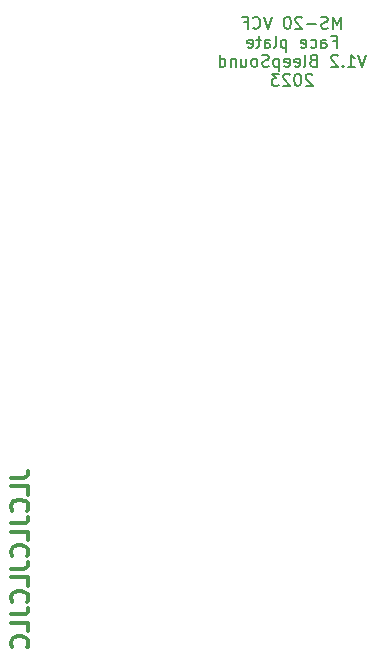
<source format=gbo>
G04 #@! TF.GenerationSoftware,KiCad,Pcbnew,7.0.11-7.0.11~ubuntu22.04.1*
G04 #@! TF.CreationDate,2024-10-19T21:34:47+01:00*
G04 #@! TF.ProjectId,MS20-VCF,4d533230-2d56-4434-962e-6b696361645f,rev?*
G04 #@! TF.SameCoordinates,Original*
G04 #@! TF.FileFunction,Legend,Bot*
G04 #@! TF.FilePolarity,Positive*
%FSLAX46Y46*%
G04 Gerber Fmt 4.6, Leading zero omitted, Abs format (unit mm)*
G04 Created by KiCad (PCBNEW 7.0.11-7.0.11~ubuntu22.04.1) date 2024-10-19 21:34:47*
%MOMM*%
%LPD*%
G01*
G04 APERTURE LIST*
%ADD10C,0.300000*%
%ADD11C,0.150000*%
%ADD12O,6.700000X4.200000*%
G04 APERTURE END LIST*
D10*
X104178328Y-67071428D02*
X105249757Y-67071428D01*
X105249757Y-67071428D02*
X105464042Y-66999999D01*
X105464042Y-66999999D02*
X105606900Y-66857142D01*
X105606900Y-66857142D02*
X105678328Y-66642856D01*
X105678328Y-66642856D02*
X105678328Y-66499999D01*
X105678328Y-68499999D02*
X105678328Y-67785713D01*
X105678328Y-67785713D02*
X104178328Y-67785713D01*
X105535471Y-69857142D02*
X105606900Y-69785714D01*
X105606900Y-69785714D02*
X105678328Y-69571428D01*
X105678328Y-69571428D02*
X105678328Y-69428571D01*
X105678328Y-69428571D02*
X105606900Y-69214285D01*
X105606900Y-69214285D02*
X105464042Y-69071428D01*
X105464042Y-69071428D02*
X105321185Y-68999999D01*
X105321185Y-68999999D02*
X105035471Y-68928571D01*
X105035471Y-68928571D02*
X104821185Y-68928571D01*
X104821185Y-68928571D02*
X104535471Y-68999999D01*
X104535471Y-68999999D02*
X104392614Y-69071428D01*
X104392614Y-69071428D02*
X104249757Y-69214285D01*
X104249757Y-69214285D02*
X104178328Y-69428571D01*
X104178328Y-69428571D02*
X104178328Y-69571428D01*
X104178328Y-69571428D02*
X104249757Y-69785714D01*
X104249757Y-69785714D02*
X104321185Y-69857142D01*
X104178328Y-70928571D02*
X105249757Y-70928571D01*
X105249757Y-70928571D02*
X105464042Y-70857142D01*
X105464042Y-70857142D02*
X105606900Y-70714285D01*
X105606900Y-70714285D02*
X105678328Y-70499999D01*
X105678328Y-70499999D02*
X105678328Y-70357142D01*
X105678328Y-72357142D02*
X105678328Y-71642856D01*
X105678328Y-71642856D02*
X104178328Y-71642856D01*
X105535471Y-73714285D02*
X105606900Y-73642857D01*
X105606900Y-73642857D02*
X105678328Y-73428571D01*
X105678328Y-73428571D02*
X105678328Y-73285714D01*
X105678328Y-73285714D02*
X105606900Y-73071428D01*
X105606900Y-73071428D02*
X105464042Y-72928571D01*
X105464042Y-72928571D02*
X105321185Y-72857142D01*
X105321185Y-72857142D02*
X105035471Y-72785714D01*
X105035471Y-72785714D02*
X104821185Y-72785714D01*
X104821185Y-72785714D02*
X104535471Y-72857142D01*
X104535471Y-72857142D02*
X104392614Y-72928571D01*
X104392614Y-72928571D02*
X104249757Y-73071428D01*
X104249757Y-73071428D02*
X104178328Y-73285714D01*
X104178328Y-73285714D02*
X104178328Y-73428571D01*
X104178328Y-73428571D02*
X104249757Y-73642857D01*
X104249757Y-73642857D02*
X104321185Y-73714285D01*
X104178328Y-74785714D02*
X105249757Y-74785714D01*
X105249757Y-74785714D02*
X105464042Y-74714285D01*
X105464042Y-74714285D02*
X105606900Y-74571428D01*
X105606900Y-74571428D02*
X105678328Y-74357142D01*
X105678328Y-74357142D02*
X105678328Y-74214285D01*
X105678328Y-76214285D02*
X105678328Y-75499999D01*
X105678328Y-75499999D02*
X104178328Y-75499999D01*
X105535471Y-77571428D02*
X105606900Y-77500000D01*
X105606900Y-77500000D02*
X105678328Y-77285714D01*
X105678328Y-77285714D02*
X105678328Y-77142857D01*
X105678328Y-77142857D02*
X105606900Y-76928571D01*
X105606900Y-76928571D02*
X105464042Y-76785714D01*
X105464042Y-76785714D02*
X105321185Y-76714285D01*
X105321185Y-76714285D02*
X105035471Y-76642857D01*
X105035471Y-76642857D02*
X104821185Y-76642857D01*
X104821185Y-76642857D02*
X104535471Y-76714285D01*
X104535471Y-76714285D02*
X104392614Y-76785714D01*
X104392614Y-76785714D02*
X104249757Y-76928571D01*
X104249757Y-76928571D02*
X104178328Y-77142857D01*
X104178328Y-77142857D02*
X104178328Y-77285714D01*
X104178328Y-77285714D02*
X104249757Y-77500000D01*
X104249757Y-77500000D02*
X104321185Y-77571428D01*
X104178328Y-78642857D02*
X105249757Y-78642857D01*
X105249757Y-78642857D02*
X105464042Y-78571428D01*
X105464042Y-78571428D02*
X105606900Y-78428571D01*
X105606900Y-78428571D02*
X105678328Y-78214285D01*
X105678328Y-78214285D02*
X105678328Y-78071428D01*
X105678328Y-80071428D02*
X105678328Y-79357142D01*
X105678328Y-79357142D02*
X104178328Y-79357142D01*
X105535471Y-81428571D02*
X105606900Y-81357143D01*
X105606900Y-81357143D02*
X105678328Y-81142857D01*
X105678328Y-81142857D02*
X105678328Y-81000000D01*
X105678328Y-81000000D02*
X105606900Y-80785714D01*
X105606900Y-80785714D02*
X105464042Y-80642857D01*
X105464042Y-80642857D02*
X105321185Y-80571428D01*
X105321185Y-80571428D02*
X105035471Y-80500000D01*
X105035471Y-80500000D02*
X104821185Y-80500000D01*
X104821185Y-80500000D02*
X104535471Y-80571428D01*
X104535471Y-80571428D02*
X104392614Y-80642857D01*
X104392614Y-80642857D02*
X104249757Y-80785714D01*
X104249757Y-80785714D02*
X104178328Y-81000000D01*
X104178328Y-81000000D02*
X104178328Y-81142857D01*
X104178328Y-81142857D02*
X104249757Y-81357143D01*
X104249757Y-81357143D02*
X104321185Y-81428571D01*
D11*
X132119047Y-29039819D02*
X132119047Y-28039819D01*
X132119047Y-28039819D02*
X131785714Y-28754104D01*
X131785714Y-28754104D02*
X131452381Y-28039819D01*
X131452381Y-28039819D02*
X131452381Y-29039819D01*
X131023809Y-28992200D02*
X130880952Y-29039819D01*
X130880952Y-29039819D02*
X130642857Y-29039819D01*
X130642857Y-29039819D02*
X130547619Y-28992200D01*
X130547619Y-28992200D02*
X130500000Y-28944580D01*
X130500000Y-28944580D02*
X130452381Y-28849342D01*
X130452381Y-28849342D02*
X130452381Y-28754104D01*
X130452381Y-28754104D02*
X130500000Y-28658866D01*
X130500000Y-28658866D02*
X130547619Y-28611247D01*
X130547619Y-28611247D02*
X130642857Y-28563628D01*
X130642857Y-28563628D02*
X130833333Y-28516009D01*
X130833333Y-28516009D02*
X130928571Y-28468390D01*
X130928571Y-28468390D02*
X130976190Y-28420771D01*
X130976190Y-28420771D02*
X131023809Y-28325533D01*
X131023809Y-28325533D02*
X131023809Y-28230295D01*
X131023809Y-28230295D02*
X130976190Y-28135057D01*
X130976190Y-28135057D02*
X130928571Y-28087438D01*
X130928571Y-28087438D02*
X130833333Y-28039819D01*
X130833333Y-28039819D02*
X130595238Y-28039819D01*
X130595238Y-28039819D02*
X130452381Y-28087438D01*
X130023809Y-28658866D02*
X129261905Y-28658866D01*
X128833333Y-28135057D02*
X128785714Y-28087438D01*
X128785714Y-28087438D02*
X128690476Y-28039819D01*
X128690476Y-28039819D02*
X128452381Y-28039819D01*
X128452381Y-28039819D02*
X128357143Y-28087438D01*
X128357143Y-28087438D02*
X128309524Y-28135057D01*
X128309524Y-28135057D02*
X128261905Y-28230295D01*
X128261905Y-28230295D02*
X128261905Y-28325533D01*
X128261905Y-28325533D02*
X128309524Y-28468390D01*
X128309524Y-28468390D02*
X128880952Y-29039819D01*
X128880952Y-29039819D02*
X128261905Y-29039819D01*
X127642857Y-28039819D02*
X127547619Y-28039819D01*
X127547619Y-28039819D02*
X127452381Y-28087438D01*
X127452381Y-28087438D02*
X127404762Y-28135057D01*
X127404762Y-28135057D02*
X127357143Y-28230295D01*
X127357143Y-28230295D02*
X127309524Y-28420771D01*
X127309524Y-28420771D02*
X127309524Y-28658866D01*
X127309524Y-28658866D02*
X127357143Y-28849342D01*
X127357143Y-28849342D02*
X127404762Y-28944580D01*
X127404762Y-28944580D02*
X127452381Y-28992200D01*
X127452381Y-28992200D02*
X127547619Y-29039819D01*
X127547619Y-29039819D02*
X127642857Y-29039819D01*
X127642857Y-29039819D02*
X127738095Y-28992200D01*
X127738095Y-28992200D02*
X127785714Y-28944580D01*
X127785714Y-28944580D02*
X127833333Y-28849342D01*
X127833333Y-28849342D02*
X127880952Y-28658866D01*
X127880952Y-28658866D02*
X127880952Y-28420771D01*
X127880952Y-28420771D02*
X127833333Y-28230295D01*
X127833333Y-28230295D02*
X127785714Y-28135057D01*
X127785714Y-28135057D02*
X127738095Y-28087438D01*
X127738095Y-28087438D02*
X127642857Y-28039819D01*
X126261904Y-28039819D02*
X125928571Y-29039819D01*
X125928571Y-29039819D02*
X125595238Y-28039819D01*
X124690476Y-28944580D02*
X124738095Y-28992200D01*
X124738095Y-28992200D02*
X124880952Y-29039819D01*
X124880952Y-29039819D02*
X124976190Y-29039819D01*
X124976190Y-29039819D02*
X125119047Y-28992200D01*
X125119047Y-28992200D02*
X125214285Y-28896961D01*
X125214285Y-28896961D02*
X125261904Y-28801723D01*
X125261904Y-28801723D02*
X125309523Y-28611247D01*
X125309523Y-28611247D02*
X125309523Y-28468390D01*
X125309523Y-28468390D02*
X125261904Y-28277914D01*
X125261904Y-28277914D02*
X125214285Y-28182676D01*
X125214285Y-28182676D02*
X125119047Y-28087438D01*
X125119047Y-28087438D02*
X124976190Y-28039819D01*
X124976190Y-28039819D02*
X124880952Y-28039819D01*
X124880952Y-28039819D02*
X124738095Y-28087438D01*
X124738095Y-28087438D02*
X124690476Y-28135057D01*
X123928571Y-28516009D02*
X124261904Y-28516009D01*
X124261904Y-29039819D02*
X124261904Y-28039819D01*
X124261904Y-28039819D02*
X123785714Y-28039819D01*
X131428572Y-30126009D02*
X131761905Y-30126009D01*
X131761905Y-30649819D02*
X131761905Y-29649819D01*
X131761905Y-29649819D02*
X131285715Y-29649819D01*
X130476191Y-30649819D02*
X130476191Y-30126009D01*
X130476191Y-30126009D02*
X130523810Y-30030771D01*
X130523810Y-30030771D02*
X130619048Y-29983152D01*
X130619048Y-29983152D02*
X130809524Y-29983152D01*
X130809524Y-29983152D02*
X130904762Y-30030771D01*
X130476191Y-30602200D02*
X130571429Y-30649819D01*
X130571429Y-30649819D02*
X130809524Y-30649819D01*
X130809524Y-30649819D02*
X130904762Y-30602200D01*
X130904762Y-30602200D02*
X130952381Y-30506961D01*
X130952381Y-30506961D02*
X130952381Y-30411723D01*
X130952381Y-30411723D02*
X130904762Y-30316485D01*
X130904762Y-30316485D02*
X130809524Y-30268866D01*
X130809524Y-30268866D02*
X130571429Y-30268866D01*
X130571429Y-30268866D02*
X130476191Y-30221247D01*
X129571429Y-30602200D02*
X129666667Y-30649819D01*
X129666667Y-30649819D02*
X129857143Y-30649819D01*
X129857143Y-30649819D02*
X129952381Y-30602200D01*
X129952381Y-30602200D02*
X130000000Y-30554580D01*
X130000000Y-30554580D02*
X130047619Y-30459342D01*
X130047619Y-30459342D02*
X130047619Y-30173628D01*
X130047619Y-30173628D02*
X130000000Y-30078390D01*
X130000000Y-30078390D02*
X129952381Y-30030771D01*
X129952381Y-30030771D02*
X129857143Y-29983152D01*
X129857143Y-29983152D02*
X129666667Y-29983152D01*
X129666667Y-29983152D02*
X129571429Y-30030771D01*
X128761905Y-30602200D02*
X128857143Y-30649819D01*
X128857143Y-30649819D02*
X129047619Y-30649819D01*
X129047619Y-30649819D02*
X129142857Y-30602200D01*
X129142857Y-30602200D02*
X129190476Y-30506961D01*
X129190476Y-30506961D02*
X129190476Y-30126009D01*
X129190476Y-30126009D02*
X129142857Y-30030771D01*
X129142857Y-30030771D02*
X129047619Y-29983152D01*
X129047619Y-29983152D02*
X128857143Y-29983152D01*
X128857143Y-29983152D02*
X128761905Y-30030771D01*
X128761905Y-30030771D02*
X128714286Y-30126009D01*
X128714286Y-30126009D02*
X128714286Y-30221247D01*
X128714286Y-30221247D02*
X129190476Y-30316485D01*
X127523809Y-29983152D02*
X127523809Y-30983152D01*
X127523809Y-30030771D02*
X127428571Y-29983152D01*
X127428571Y-29983152D02*
X127238095Y-29983152D01*
X127238095Y-29983152D02*
X127142857Y-30030771D01*
X127142857Y-30030771D02*
X127095238Y-30078390D01*
X127095238Y-30078390D02*
X127047619Y-30173628D01*
X127047619Y-30173628D02*
X127047619Y-30459342D01*
X127047619Y-30459342D02*
X127095238Y-30554580D01*
X127095238Y-30554580D02*
X127142857Y-30602200D01*
X127142857Y-30602200D02*
X127238095Y-30649819D01*
X127238095Y-30649819D02*
X127428571Y-30649819D01*
X127428571Y-30649819D02*
X127523809Y-30602200D01*
X126476190Y-30649819D02*
X126571428Y-30602200D01*
X126571428Y-30602200D02*
X126619047Y-30506961D01*
X126619047Y-30506961D02*
X126619047Y-29649819D01*
X125666666Y-30649819D02*
X125666666Y-30126009D01*
X125666666Y-30126009D02*
X125714285Y-30030771D01*
X125714285Y-30030771D02*
X125809523Y-29983152D01*
X125809523Y-29983152D02*
X125999999Y-29983152D01*
X125999999Y-29983152D02*
X126095237Y-30030771D01*
X125666666Y-30602200D02*
X125761904Y-30649819D01*
X125761904Y-30649819D02*
X125999999Y-30649819D01*
X125999999Y-30649819D02*
X126095237Y-30602200D01*
X126095237Y-30602200D02*
X126142856Y-30506961D01*
X126142856Y-30506961D02*
X126142856Y-30411723D01*
X126142856Y-30411723D02*
X126095237Y-30316485D01*
X126095237Y-30316485D02*
X125999999Y-30268866D01*
X125999999Y-30268866D02*
X125761904Y-30268866D01*
X125761904Y-30268866D02*
X125666666Y-30221247D01*
X125333332Y-29983152D02*
X124952380Y-29983152D01*
X125190475Y-29649819D02*
X125190475Y-30506961D01*
X125190475Y-30506961D02*
X125142856Y-30602200D01*
X125142856Y-30602200D02*
X125047618Y-30649819D01*
X125047618Y-30649819D02*
X124952380Y-30649819D01*
X124238094Y-30602200D02*
X124333332Y-30649819D01*
X124333332Y-30649819D02*
X124523808Y-30649819D01*
X124523808Y-30649819D02*
X124619046Y-30602200D01*
X124619046Y-30602200D02*
X124666665Y-30506961D01*
X124666665Y-30506961D02*
X124666665Y-30126009D01*
X124666665Y-30126009D02*
X124619046Y-30030771D01*
X124619046Y-30030771D02*
X124523808Y-29983152D01*
X124523808Y-29983152D02*
X124333332Y-29983152D01*
X124333332Y-29983152D02*
X124238094Y-30030771D01*
X124238094Y-30030771D02*
X124190475Y-30126009D01*
X124190475Y-30126009D02*
X124190475Y-30221247D01*
X124190475Y-30221247D02*
X124666665Y-30316485D01*
X134261904Y-31259819D02*
X133928571Y-32259819D01*
X133928571Y-32259819D02*
X133595238Y-31259819D01*
X132738095Y-32259819D02*
X133309523Y-32259819D01*
X133023809Y-32259819D02*
X133023809Y-31259819D01*
X133023809Y-31259819D02*
X133119047Y-31402676D01*
X133119047Y-31402676D02*
X133214285Y-31497914D01*
X133214285Y-31497914D02*
X133309523Y-31545533D01*
X132309523Y-32164580D02*
X132261904Y-32212200D01*
X132261904Y-32212200D02*
X132309523Y-32259819D01*
X132309523Y-32259819D02*
X132357142Y-32212200D01*
X132357142Y-32212200D02*
X132309523Y-32164580D01*
X132309523Y-32164580D02*
X132309523Y-32259819D01*
X131880952Y-31355057D02*
X131833333Y-31307438D01*
X131833333Y-31307438D02*
X131738095Y-31259819D01*
X131738095Y-31259819D02*
X131500000Y-31259819D01*
X131500000Y-31259819D02*
X131404762Y-31307438D01*
X131404762Y-31307438D02*
X131357143Y-31355057D01*
X131357143Y-31355057D02*
X131309524Y-31450295D01*
X131309524Y-31450295D02*
X131309524Y-31545533D01*
X131309524Y-31545533D02*
X131357143Y-31688390D01*
X131357143Y-31688390D02*
X131928571Y-32259819D01*
X131928571Y-32259819D02*
X131309524Y-32259819D01*
X129785714Y-31736009D02*
X129642857Y-31783628D01*
X129642857Y-31783628D02*
X129595238Y-31831247D01*
X129595238Y-31831247D02*
X129547619Y-31926485D01*
X129547619Y-31926485D02*
X129547619Y-32069342D01*
X129547619Y-32069342D02*
X129595238Y-32164580D01*
X129595238Y-32164580D02*
X129642857Y-32212200D01*
X129642857Y-32212200D02*
X129738095Y-32259819D01*
X129738095Y-32259819D02*
X130119047Y-32259819D01*
X130119047Y-32259819D02*
X130119047Y-31259819D01*
X130119047Y-31259819D02*
X129785714Y-31259819D01*
X129785714Y-31259819D02*
X129690476Y-31307438D01*
X129690476Y-31307438D02*
X129642857Y-31355057D01*
X129642857Y-31355057D02*
X129595238Y-31450295D01*
X129595238Y-31450295D02*
X129595238Y-31545533D01*
X129595238Y-31545533D02*
X129642857Y-31640771D01*
X129642857Y-31640771D02*
X129690476Y-31688390D01*
X129690476Y-31688390D02*
X129785714Y-31736009D01*
X129785714Y-31736009D02*
X130119047Y-31736009D01*
X128976190Y-32259819D02*
X129071428Y-32212200D01*
X129071428Y-32212200D02*
X129119047Y-32116961D01*
X129119047Y-32116961D02*
X129119047Y-31259819D01*
X128214285Y-32212200D02*
X128309523Y-32259819D01*
X128309523Y-32259819D02*
X128499999Y-32259819D01*
X128499999Y-32259819D02*
X128595237Y-32212200D01*
X128595237Y-32212200D02*
X128642856Y-32116961D01*
X128642856Y-32116961D02*
X128642856Y-31736009D01*
X128642856Y-31736009D02*
X128595237Y-31640771D01*
X128595237Y-31640771D02*
X128499999Y-31593152D01*
X128499999Y-31593152D02*
X128309523Y-31593152D01*
X128309523Y-31593152D02*
X128214285Y-31640771D01*
X128214285Y-31640771D02*
X128166666Y-31736009D01*
X128166666Y-31736009D02*
X128166666Y-31831247D01*
X128166666Y-31831247D02*
X128642856Y-31926485D01*
X127357142Y-32212200D02*
X127452380Y-32259819D01*
X127452380Y-32259819D02*
X127642856Y-32259819D01*
X127642856Y-32259819D02*
X127738094Y-32212200D01*
X127738094Y-32212200D02*
X127785713Y-32116961D01*
X127785713Y-32116961D02*
X127785713Y-31736009D01*
X127785713Y-31736009D02*
X127738094Y-31640771D01*
X127738094Y-31640771D02*
X127642856Y-31593152D01*
X127642856Y-31593152D02*
X127452380Y-31593152D01*
X127452380Y-31593152D02*
X127357142Y-31640771D01*
X127357142Y-31640771D02*
X127309523Y-31736009D01*
X127309523Y-31736009D02*
X127309523Y-31831247D01*
X127309523Y-31831247D02*
X127785713Y-31926485D01*
X126880951Y-31593152D02*
X126880951Y-32593152D01*
X126880951Y-31640771D02*
X126785713Y-31593152D01*
X126785713Y-31593152D02*
X126595237Y-31593152D01*
X126595237Y-31593152D02*
X126499999Y-31640771D01*
X126499999Y-31640771D02*
X126452380Y-31688390D01*
X126452380Y-31688390D02*
X126404761Y-31783628D01*
X126404761Y-31783628D02*
X126404761Y-32069342D01*
X126404761Y-32069342D02*
X126452380Y-32164580D01*
X126452380Y-32164580D02*
X126499999Y-32212200D01*
X126499999Y-32212200D02*
X126595237Y-32259819D01*
X126595237Y-32259819D02*
X126785713Y-32259819D01*
X126785713Y-32259819D02*
X126880951Y-32212200D01*
X126023808Y-32212200D02*
X125880951Y-32259819D01*
X125880951Y-32259819D02*
X125642856Y-32259819D01*
X125642856Y-32259819D02*
X125547618Y-32212200D01*
X125547618Y-32212200D02*
X125499999Y-32164580D01*
X125499999Y-32164580D02*
X125452380Y-32069342D01*
X125452380Y-32069342D02*
X125452380Y-31974104D01*
X125452380Y-31974104D02*
X125499999Y-31878866D01*
X125499999Y-31878866D02*
X125547618Y-31831247D01*
X125547618Y-31831247D02*
X125642856Y-31783628D01*
X125642856Y-31783628D02*
X125833332Y-31736009D01*
X125833332Y-31736009D02*
X125928570Y-31688390D01*
X125928570Y-31688390D02*
X125976189Y-31640771D01*
X125976189Y-31640771D02*
X126023808Y-31545533D01*
X126023808Y-31545533D02*
X126023808Y-31450295D01*
X126023808Y-31450295D02*
X125976189Y-31355057D01*
X125976189Y-31355057D02*
X125928570Y-31307438D01*
X125928570Y-31307438D02*
X125833332Y-31259819D01*
X125833332Y-31259819D02*
X125595237Y-31259819D01*
X125595237Y-31259819D02*
X125452380Y-31307438D01*
X124880951Y-32259819D02*
X124976189Y-32212200D01*
X124976189Y-32212200D02*
X125023808Y-32164580D01*
X125023808Y-32164580D02*
X125071427Y-32069342D01*
X125071427Y-32069342D02*
X125071427Y-31783628D01*
X125071427Y-31783628D02*
X125023808Y-31688390D01*
X125023808Y-31688390D02*
X124976189Y-31640771D01*
X124976189Y-31640771D02*
X124880951Y-31593152D01*
X124880951Y-31593152D02*
X124738094Y-31593152D01*
X124738094Y-31593152D02*
X124642856Y-31640771D01*
X124642856Y-31640771D02*
X124595237Y-31688390D01*
X124595237Y-31688390D02*
X124547618Y-31783628D01*
X124547618Y-31783628D02*
X124547618Y-32069342D01*
X124547618Y-32069342D02*
X124595237Y-32164580D01*
X124595237Y-32164580D02*
X124642856Y-32212200D01*
X124642856Y-32212200D02*
X124738094Y-32259819D01*
X124738094Y-32259819D02*
X124880951Y-32259819D01*
X123690475Y-31593152D02*
X123690475Y-32259819D01*
X124119046Y-31593152D02*
X124119046Y-32116961D01*
X124119046Y-32116961D02*
X124071427Y-32212200D01*
X124071427Y-32212200D02*
X123976189Y-32259819D01*
X123976189Y-32259819D02*
X123833332Y-32259819D01*
X123833332Y-32259819D02*
X123738094Y-32212200D01*
X123738094Y-32212200D02*
X123690475Y-32164580D01*
X123214284Y-31593152D02*
X123214284Y-32259819D01*
X123214284Y-31688390D02*
X123166665Y-31640771D01*
X123166665Y-31640771D02*
X123071427Y-31593152D01*
X123071427Y-31593152D02*
X122928570Y-31593152D01*
X122928570Y-31593152D02*
X122833332Y-31640771D01*
X122833332Y-31640771D02*
X122785713Y-31736009D01*
X122785713Y-31736009D02*
X122785713Y-32259819D01*
X121880951Y-32259819D02*
X121880951Y-31259819D01*
X121880951Y-32212200D02*
X121976189Y-32259819D01*
X121976189Y-32259819D02*
X122166665Y-32259819D01*
X122166665Y-32259819D02*
X122261903Y-32212200D01*
X122261903Y-32212200D02*
X122309522Y-32164580D01*
X122309522Y-32164580D02*
X122357141Y-32069342D01*
X122357141Y-32069342D02*
X122357141Y-31783628D01*
X122357141Y-31783628D02*
X122309522Y-31688390D01*
X122309522Y-31688390D02*
X122261903Y-31640771D01*
X122261903Y-31640771D02*
X122166665Y-31593152D01*
X122166665Y-31593152D02*
X121976189Y-31593152D01*
X121976189Y-31593152D02*
X121880951Y-31640771D01*
X129714285Y-32965057D02*
X129666666Y-32917438D01*
X129666666Y-32917438D02*
X129571428Y-32869819D01*
X129571428Y-32869819D02*
X129333333Y-32869819D01*
X129333333Y-32869819D02*
X129238095Y-32917438D01*
X129238095Y-32917438D02*
X129190476Y-32965057D01*
X129190476Y-32965057D02*
X129142857Y-33060295D01*
X129142857Y-33060295D02*
X129142857Y-33155533D01*
X129142857Y-33155533D02*
X129190476Y-33298390D01*
X129190476Y-33298390D02*
X129761904Y-33869819D01*
X129761904Y-33869819D02*
X129142857Y-33869819D01*
X128523809Y-32869819D02*
X128428571Y-32869819D01*
X128428571Y-32869819D02*
X128333333Y-32917438D01*
X128333333Y-32917438D02*
X128285714Y-32965057D01*
X128285714Y-32965057D02*
X128238095Y-33060295D01*
X128238095Y-33060295D02*
X128190476Y-33250771D01*
X128190476Y-33250771D02*
X128190476Y-33488866D01*
X128190476Y-33488866D02*
X128238095Y-33679342D01*
X128238095Y-33679342D02*
X128285714Y-33774580D01*
X128285714Y-33774580D02*
X128333333Y-33822200D01*
X128333333Y-33822200D02*
X128428571Y-33869819D01*
X128428571Y-33869819D02*
X128523809Y-33869819D01*
X128523809Y-33869819D02*
X128619047Y-33822200D01*
X128619047Y-33822200D02*
X128666666Y-33774580D01*
X128666666Y-33774580D02*
X128714285Y-33679342D01*
X128714285Y-33679342D02*
X128761904Y-33488866D01*
X128761904Y-33488866D02*
X128761904Y-33250771D01*
X128761904Y-33250771D02*
X128714285Y-33060295D01*
X128714285Y-33060295D02*
X128666666Y-32965057D01*
X128666666Y-32965057D02*
X128619047Y-32917438D01*
X128619047Y-32917438D02*
X128523809Y-32869819D01*
X127809523Y-32965057D02*
X127761904Y-32917438D01*
X127761904Y-32917438D02*
X127666666Y-32869819D01*
X127666666Y-32869819D02*
X127428571Y-32869819D01*
X127428571Y-32869819D02*
X127333333Y-32917438D01*
X127333333Y-32917438D02*
X127285714Y-32965057D01*
X127285714Y-32965057D02*
X127238095Y-33060295D01*
X127238095Y-33060295D02*
X127238095Y-33155533D01*
X127238095Y-33155533D02*
X127285714Y-33298390D01*
X127285714Y-33298390D02*
X127857142Y-33869819D01*
X127857142Y-33869819D02*
X127238095Y-33869819D01*
X126904761Y-32869819D02*
X126285714Y-32869819D01*
X126285714Y-32869819D02*
X126619047Y-33250771D01*
X126619047Y-33250771D02*
X126476190Y-33250771D01*
X126476190Y-33250771D02*
X126380952Y-33298390D01*
X126380952Y-33298390D02*
X126333333Y-33346009D01*
X126333333Y-33346009D02*
X126285714Y-33441247D01*
X126285714Y-33441247D02*
X126285714Y-33679342D01*
X126285714Y-33679342D02*
X126333333Y-33774580D01*
X126333333Y-33774580D02*
X126380952Y-33822200D01*
X126380952Y-33822200D02*
X126476190Y-33869819D01*
X126476190Y-33869819D02*
X126761904Y-33869819D01*
X126761904Y-33869819D02*
X126857142Y-33822200D01*
X126857142Y-33822200D02*
X126904761Y-33774580D01*
%LPC*%
D12*
X111000000Y-30000000D03*
X145000000Y-30000000D03*
X145000000Y-152500000D03*
X111000000Y-152500000D03*
%LPD*%
M02*

</source>
